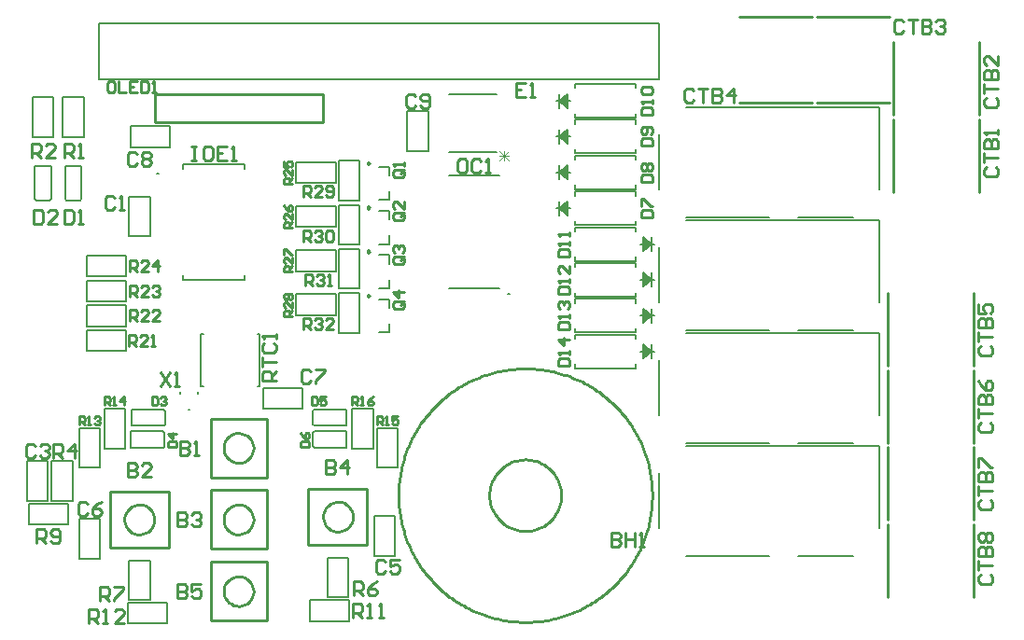
<source format=gto>
G04*
G04 #@! TF.GenerationSoftware,Altium Limited,Altium Designer,21.7.1 (17)*
G04*
G04 Layer_Color=65535*
%FSLAX25Y25*%
%MOIN*%
G70*
G04*
G04 #@! TF.SameCoordinates,805F3405-D18D-4A14-B230-685FC2141578*
G04*
G04*
G04 #@! TF.FilePolarity,Positive*
G04*
G01*
G75*
%ADD10C,0.01000*%
%ADD11C,0.00984*%
%ADD12C,0.00787*%
%ADD13C,0.00600*%
%ADD14C,0.00500*%
%ADD15C,0.00300*%
D10*
X225394Y48031D02*
X225383Y49033D01*
X225349Y50034D01*
X225294Y51034D01*
X225217Y52033D01*
X225117Y53030D01*
X224995Y54024D01*
X224852Y55015D01*
X224686Y56003D01*
X224499Y56987D01*
X224290Y57967D01*
X224060Y58942D01*
X223808Y59911D01*
X223534Y60874D01*
X223239Y61832D01*
X222923Y62782D01*
X222587Y63726D01*
X222229Y64661D01*
X221851Y65589D01*
X221452Y66508D01*
X221033Y67418D01*
X220595Y68318D01*
X220136Y69208D01*
X219657Y70088D01*
X219160Y70958D01*
X218643Y71816D01*
X218108Y72662D01*
X217553Y73497D01*
X216981Y74319D01*
X216390Y75128D01*
X215782Y75924D01*
X215156Y76706D01*
X214513Y77474D01*
X213854Y78227D01*
X213177Y78966D01*
X212485Y79690D01*
X211777Y80398D01*
X211053Y81091D01*
X210314Y81767D01*
X209560Y82427D01*
X208792Y83070D01*
X208010Y83695D01*
X207214Y84304D01*
X206405Y84894D01*
X205583Y85467D01*
X204749Y86021D01*
X203903Y86557D01*
X203045Y87073D01*
X202175Y87571D01*
X201295Y88049D01*
X200405Y88508D01*
X199504Y88947D01*
X198594Y89366D01*
X197675Y89764D01*
X196748Y90142D01*
X195812Y90500D01*
X194869Y90837D01*
X193918Y91153D01*
X192961Y91447D01*
X191998Y91721D01*
X191028Y91973D01*
X190053Y92204D01*
X189074Y92413D01*
X188090Y92600D01*
X187102Y92765D01*
X186110Y92909D01*
X185116Y93030D01*
X184120Y93130D01*
X183121Y93207D01*
X182121Y93263D01*
X181120Y93296D01*
X180118Y93307D01*
X179116Y93296D01*
X178115Y93263D01*
X177115Y93207D01*
X176117Y93130D01*
X175120Y93030D01*
X174126Y92909D01*
X173134Y92765D01*
X172146Y92600D01*
X171162Y92413D01*
X170183Y92203D01*
X169208Y91973D01*
X168239Y91721D01*
X167275Y91447D01*
X166318Y91153D01*
X165367Y90837D01*
X164424Y90500D01*
X163488Y90142D01*
X162561Y89764D01*
X161642Y89366D01*
X160732Y88947D01*
X159832Y88508D01*
X158941Y88049D01*
X158061Y87571D01*
X157192Y87073D01*
X156334Y86557D01*
X155487Y86021D01*
X154653Y85467D01*
X153831Y84894D01*
X153022Y84304D01*
X152226Y83695D01*
X151444Y83070D01*
X150676Y82427D01*
X149922Y81767D01*
X149183Y81091D01*
X148459Y80398D01*
X147751Y79690D01*
X147059Y78966D01*
X146382Y78227D01*
X145723Y77474D01*
X145080Y76705D01*
X144454Y75923D01*
X143846Y75128D01*
X143255Y74318D01*
X142683Y73497D01*
X142129Y72662D01*
X141593Y71816D01*
X141076Y70958D01*
X140579Y70088D01*
X140100Y69208D01*
X139642Y68318D01*
X139203Y67418D01*
X138784Y66508D01*
X138385Y65589D01*
X138007Y64661D01*
X137650Y63726D01*
X137313Y62782D01*
X136997Y61832D01*
X136702Y60874D01*
X136429Y59911D01*
X136177Y58941D01*
X135946Y57967D01*
X135737Y56987D01*
X135550Y56003D01*
X135384Y55015D01*
X135241Y54024D01*
X135119Y53030D01*
X135020Y52033D01*
X134942Y51034D01*
X134887Y50034D01*
X134854Y49033D01*
X134843Y48031D01*
X134854Y47030D01*
X134887Y46029D01*
X134942Y45028D01*
X135020Y44030D01*
X135119Y43033D01*
X135241Y42039D01*
X135384Y41048D01*
X135550Y40060D01*
X135737Y39076D01*
X135946Y38096D01*
X136177Y37121D01*
X136429Y36152D01*
X136702Y35188D01*
X136997Y34231D01*
X137313Y33281D01*
X137650Y32337D01*
X138007Y31402D01*
X138385Y30474D01*
X138784Y29555D01*
X139203Y28645D01*
X139642Y27745D01*
X140101Y26854D01*
X140579Y25974D01*
X141076Y25105D01*
X141593Y24247D01*
X142129Y23400D01*
X142683Y22566D01*
X143255Y21744D01*
X143846Y20935D01*
X144454Y20139D01*
X145080Y19357D01*
X145723Y18589D01*
X146383Y17835D01*
X147059Y17097D01*
X147751Y16373D01*
X148460Y15664D01*
X149183Y14972D01*
X149922Y14296D01*
X150676Y13636D01*
X151444Y12993D01*
X152226Y12367D01*
X153022Y11759D01*
X153831Y11169D01*
X154653Y10596D01*
X155488Y10042D01*
X156334Y9506D01*
X157192Y8990D01*
X158061Y8492D01*
X158941Y8014D01*
X159832Y7555D01*
X160732Y7116D01*
X161642Y6697D01*
X162561Y6299D01*
X163489Y5920D01*
X164424Y5563D01*
X165368Y5226D01*
X166318Y4910D01*
X167276Y4615D01*
X168239Y4342D01*
X169209Y4090D01*
X170183Y3859D01*
X171163Y3650D01*
X172147Y3463D01*
X173135Y3298D01*
X174126Y3154D01*
X175120Y3033D01*
X176117Y2933D01*
X177116Y2856D01*
X178116Y2800D01*
X179117Y2767D01*
X180119Y2756D01*
X181120Y2767D01*
X182121Y2800D01*
X183121Y2856D01*
X184120Y2933D01*
X185117Y3033D01*
X186111Y3154D01*
X187102Y3298D01*
X188090Y3463D01*
X189074Y3650D01*
X190054Y3859D01*
X191028Y4090D01*
X191998Y4342D01*
X192961Y4616D01*
X193919Y4910D01*
X194869Y5226D01*
X195813Y5563D01*
X196748Y5921D01*
X197676Y6299D01*
X198595Y6698D01*
X199505Y7116D01*
X200405Y7555D01*
X201295Y8014D01*
X202175Y8492D01*
X203045Y8990D01*
X203903Y9507D01*
X204749Y10042D01*
X205584Y10596D01*
X206406Y11169D01*
X207215Y11760D01*
X208010Y12368D01*
X208793Y12994D01*
X209561Y13636D01*
X210314Y14296D01*
X211053Y14973D01*
X211777Y15665D01*
X212485Y16373D01*
X213178Y17097D01*
X213854Y17836D01*
X214514Y18590D01*
X215157Y19358D01*
X215782Y20140D01*
X216391Y20936D01*
X216981Y21745D01*
X217554Y22567D01*
X218108Y23401D01*
X218643Y24248D01*
X219160Y25106D01*
X219658Y25975D01*
X220136Y26855D01*
X220595Y27745D01*
X221034Y28646D01*
X221452Y29556D01*
X221851Y30475D01*
X222229Y31402D01*
X222587Y32338D01*
X222924Y33281D01*
X223239Y34232D01*
X223534Y35189D01*
X223808Y36153D01*
X224060Y37122D01*
X224290Y38097D01*
X224499Y39076D01*
X224687Y40060D01*
X224852Y41048D01*
X224995Y42040D01*
X225117Y43034D01*
X225217Y44031D01*
X225294Y45029D01*
X225349Y46029D01*
X225383Y47030D01*
X225394Y48031D01*
X192913D02*
X192874Y49035D01*
X192756Y50033D01*
X192560Y51019D01*
X192287Y51986D01*
X191939Y52928D01*
X191519Y53840D01*
X191028Y54717D01*
X190470Y55552D01*
X189848Y56341D01*
X189166Y57079D01*
X188428Y57761D01*
X187639Y58383D01*
X186804Y58941D01*
X185927Y59432D01*
X185015Y59853D01*
X184072Y60201D01*
X183105Y60473D01*
X182120Y60669D01*
X181122Y60787D01*
X180118Y60827D01*
X179114Y60787D01*
X178117Y60669D01*
X177131Y60473D01*
X176164Y60201D01*
X175222Y59853D01*
X174309Y59432D01*
X173433Y58941D01*
X172597Y58383D01*
X171808Y57761D01*
X171071Y57079D01*
X170388Y56341D01*
X169766Y55552D01*
X169208Y54717D01*
X168717Y53840D01*
X168297Y52928D01*
X167949Y51986D01*
X167676Y51019D01*
X167480Y50033D01*
X167362Y49035D01*
X167323Y48031D01*
X167362Y47028D01*
X167480Y46030D01*
X167676Y45044D01*
X167949Y44078D01*
X168297Y43135D01*
X168717Y42223D01*
X169208Y41346D01*
X169766Y40511D01*
X170388Y39722D01*
X171071Y38984D01*
X171808Y38302D01*
X172597Y37680D01*
X173433Y37122D01*
X174309Y36631D01*
X175222Y36210D01*
X176164Y35862D01*
X177131Y35590D01*
X178117Y35394D01*
X179114Y35276D01*
X180118Y35236D01*
X181122Y35276D01*
X182120Y35394D01*
X183105Y35590D01*
X184072Y35862D01*
X185015Y36210D01*
X185927Y36631D01*
X186804Y37122D01*
X187639Y37680D01*
X188428Y38302D01*
X189166Y38984D01*
X189848Y39722D01*
X190470Y40511D01*
X191028Y41346D01*
X191519Y42223D01*
X191939Y43135D01*
X192287Y44078D01*
X192560Y45044D01*
X192756Y46030D01*
X192874Y47028D01*
X192913Y48031D01*
X83071Y13780D02*
X82975Y14785D01*
X82690Y15755D01*
X82227Y16653D01*
X81603Y17447D01*
X80839Y18109D01*
X79964Y18614D01*
X79009Y18945D01*
X78009Y19089D01*
X76999Y19040D01*
X76017Y18802D01*
X75098Y18383D01*
X74275Y17796D01*
X73578Y17065D01*
X73032Y16215D01*
X72656Y15277D01*
X72465Y14285D01*
Y13274D01*
X72656Y12282D01*
X73032Y11344D01*
X73578Y10494D01*
X74275Y9763D01*
X75098Y9177D01*
X76017Y8757D01*
X76999Y8519D01*
X78009Y8471D01*
X79009Y8614D01*
X79964Y8945D01*
X80839Y9450D01*
X81603Y10112D01*
X82227Y10906D01*
X82690Y11804D01*
X82975Y12774D01*
X83071Y13780D01*
Y39370D02*
X82975Y40376D01*
X82690Y41346D01*
X82227Y42244D01*
X81603Y43038D01*
X80839Y43700D01*
X79964Y44205D01*
X79009Y44535D01*
X78009Y44679D01*
X76999Y44631D01*
X76017Y44393D01*
X75098Y43973D01*
X74275Y43387D01*
X73578Y42656D01*
X73032Y41806D01*
X72656Y40867D01*
X72465Y39875D01*
Y38865D01*
X72656Y37873D01*
X73032Y36935D01*
X73578Y36084D01*
X74275Y35353D01*
X75098Y34767D01*
X76017Y34347D01*
X76999Y34109D01*
X78009Y34061D01*
X79009Y34205D01*
X79964Y34535D01*
X80839Y35041D01*
X81603Y35702D01*
X82227Y36496D01*
X82690Y37395D01*
X82975Y38364D01*
X83071Y39370D01*
X47638Y39370D02*
X47542Y40376D01*
X47257Y41346D01*
X46794Y42244D01*
X46169Y43038D01*
X45406Y43700D01*
X44531Y44205D01*
X43576Y44535D01*
X42576Y44679D01*
X41566Y44631D01*
X40584Y44393D01*
X39665Y43973D01*
X38842Y43387D01*
X38145Y42656D01*
X37599Y41806D01*
X37223Y40867D01*
X37032Y39875D01*
Y38865D01*
X37223Y37873D01*
X37599Y36935D01*
X38145Y36084D01*
X38842Y35353D01*
X39665Y34767D01*
X40584Y34347D01*
X41566Y34109D01*
X42576Y34061D01*
X43576Y34205D01*
X44531Y34535D01*
X45406Y35041D01*
X46169Y35702D01*
X46794Y36496D01*
X47257Y37395D01*
X47542Y38364D01*
X47638Y39370D01*
X83071Y64961D02*
X82975Y65966D01*
X82690Y66936D01*
X82227Y67834D01*
X81603Y68629D01*
X80839Y69290D01*
X79964Y69795D01*
X79009Y70126D01*
X78009Y70270D01*
X76999Y70222D01*
X76017Y69983D01*
X75098Y69564D01*
X74275Y68977D01*
X73578Y68246D01*
X73032Y67396D01*
X72656Y66458D01*
X72465Y65466D01*
Y64455D01*
X72656Y63463D01*
X73032Y62525D01*
X73578Y61675D01*
X74275Y60944D01*
X75098Y60358D01*
X76017Y59938D01*
X76999Y59700D01*
X78009Y59652D01*
X79009Y59795D01*
X79964Y60126D01*
X80839Y60631D01*
X81603Y61293D01*
X82227Y62087D01*
X82690Y62985D01*
X82975Y63955D01*
X83071Y64961D01*
X118504Y40354D02*
X118408Y41360D01*
X118123Y42330D01*
X117660Y43228D01*
X117036Y44022D01*
X116272Y44684D01*
X115397Y45189D01*
X114442Y45520D01*
X113442Y45663D01*
X112433Y45615D01*
X111451Y45377D01*
X110531Y44957D01*
X109708Y44371D01*
X109011Y43640D01*
X108465Y42790D01*
X108089Y41852D01*
X107898Y40860D01*
Y39849D01*
X108089Y38857D01*
X108465Y37919D01*
X109011Y37069D01*
X109708Y36338D01*
X110531Y35751D01*
X111451Y35332D01*
X112433Y35093D01*
X113442Y35045D01*
X114442Y35189D01*
X115397Y35520D01*
X116272Y36025D01*
X117036Y36687D01*
X117660Y37481D01*
X118123Y38379D01*
X118408Y39348D01*
X118504Y40354D01*
X107874Y181220D02*
Y191220D01*
X47756Y181220D02*
X107874D01*
X47756Y191220D02*
X107874D01*
X47756Y181220D02*
Y191220D01*
X311417Y156299D02*
Y182283D01*
X342126Y156299D02*
Y182283D01*
X311417Y183858D02*
Y209842D01*
X342126Y183858D02*
Y209842D01*
X284252Y188386D02*
X310236D01*
X284252Y219094D02*
X310236D01*
X256693Y188386D02*
X282677D01*
X256693Y219094D02*
X282677D01*
X309449Y94291D02*
Y120276D01*
X340158Y94291D02*
Y120276D01*
X309449Y66732D02*
Y92716D01*
X340158Y66732D02*
Y92716D01*
X309449Y39173D02*
Y65158D01*
X340158Y39173D02*
Y65158D01*
X309449Y11614D02*
Y37598D01*
X340158Y11614D02*
Y37598D01*
X67756Y3280D02*
X87756D01*
Y24280D01*
X67756D02*
X87756D01*
X67756Y3280D02*
Y24280D01*
Y49870D02*
X87756D01*
X67756Y28870D02*
Y49870D01*
Y28870D02*
X87756D01*
Y49870D01*
X31823Y29370D02*
Y49370D01*
Y29370D02*
X52823D01*
Y49370D01*
X31823D02*
X52823D01*
X67756Y54461D02*
X87756D01*
Y75461D01*
X67756D02*
X87756D01*
X67756Y54461D02*
Y75461D01*
X123689Y30354D02*
Y50354D01*
X102689D02*
X123689D01*
X102689Y30354D02*
Y50354D01*
Y30354D02*
X123689D01*
X221426Y183978D02*
X225425D01*
Y185977D01*
X224758Y186644D01*
X222092D01*
X221426Y185977D01*
Y183978D01*
X225425Y187977D02*
Y189310D01*
Y188643D01*
X221426D01*
X222092Y187977D01*
Y191309D02*
X221426Y191975D01*
Y193308D01*
X222092Y193975D01*
X224758D01*
X225425Y193308D01*
Y191975D01*
X224758Y191309D01*
X222092D01*
X221426Y172849D02*
X225425D01*
Y174848D01*
X224758Y175515D01*
X222092D01*
X221426Y174848D01*
Y172849D01*
X224758Y176848D02*
X225425Y177514D01*
Y178847D01*
X224758Y179513D01*
X222092D01*
X221426Y178847D01*
Y177514D01*
X222092Y176848D01*
X222759D01*
X223425Y177514D01*
Y179513D01*
X221426Y160054D02*
X225425D01*
Y162053D01*
X224758Y162719D01*
X222092D01*
X221426Y162053D01*
Y160054D01*
X222092Y164052D02*
X221426Y164719D01*
Y166052D01*
X222092Y166718D01*
X222759D01*
X223425Y166052D01*
X224092Y166718D01*
X224758D01*
X225425Y166052D01*
Y164719D01*
X224758Y164052D01*
X224092D01*
X223425Y164719D01*
X222759Y164052D01*
X222092D01*
X223425Y164719D02*
Y166052D01*
X221426Y147258D02*
X225425D01*
Y149258D01*
X224758Y149924D01*
X222092D01*
X221426Y149258D01*
Y147258D01*
Y151257D02*
Y153923D01*
X222092D01*
X224758Y151257D01*
X225425D01*
X158479Y168228D02*
X156813D01*
X155980Y167394D01*
Y164062D01*
X156813Y163229D01*
X158479D01*
X159312Y164062D01*
Y167394D01*
X158479Y168228D01*
X164310Y167394D02*
X163477Y168228D01*
X161811D01*
X160978Y167394D01*
Y164062D01*
X161811Y163229D01*
X163477D01*
X164310Y164062D01*
X165976Y163229D02*
X167642D01*
X166809D01*
Y168228D01*
X165976Y167394D01*
X136175Y117444D02*
X133510D01*
X132843Y116777D01*
Y115444D01*
X133510Y114778D01*
X136175D01*
X136842Y115444D01*
Y116777D01*
X135509Y116111D02*
X136842Y117444D01*
Y116777D02*
X136175Y117444D01*
X136842Y120776D02*
X132843D01*
X134843Y118777D01*
Y121442D01*
X136175Y133192D02*
X133510D01*
X132843Y132525D01*
Y131193D01*
X133510Y130526D01*
X136175D01*
X136842Y131193D01*
Y132525D01*
X135509Y131859D02*
X136842Y133192D01*
Y132525D02*
X136175Y133192D01*
X133510Y134525D02*
X132843Y135191D01*
Y136524D01*
X133510Y137190D01*
X134176D01*
X134843Y136524D01*
Y135858D01*
Y136524D01*
X135509Y137190D01*
X136175D01*
X136842Y136524D01*
Y135191D01*
X136175Y134525D01*
Y148940D02*
X133510D01*
X132843Y148273D01*
Y146941D01*
X133510Y146274D01*
X136175D01*
X136842Y146941D01*
Y148273D01*
X135509Y147607D02*
X136842Y148940D01*
Y148273D02*
X136175Y148940D01*
X136842Y152939D02*
Y150273D01*
X134176Y152939D01*
X133510D01*
X132843Y152272D01*
Y150939D01*
X133510Y150273D01*
X136175Y164370D02*
X133510D01*
X132843Y163704D01*
Y162371D01*
X133510Y161704D01*
X136175D01*
X136842Y162371D01*
Y163704D01*
X135509Y163037D02*
X136842Y164370D01*
Y163704D02*
X136175Y164370D01*
X136842Y165703D02*
Y167036D01*
Y166369D01*
X132843D01*
X133510Y165703D01*
X49817Y92066D02*
X53150Y87068D01*
Y92066D02*
X49817Y87068D01*
X54816D02*
X56482D01*
X55649D01*
Y92066D01*
X54816Y91233D01*
X91082Y89110D02*
X86084D01*
Y91610D01*
X86917Y92443D01*
X88583D01*
X89416Y91610D01*
Y89110D01*
Y90776D02*
X91082Y92443D01*
X86084Y94109D02*
Y97441D01*
Y95775D01*
X91082D01*
X86917Y102439D02*
X86084Y101606D01*
Y99940D01*
X86917Y99107D01*
X90249D01*
X91082Y99940D01*
Y101606D01*
X90249Y102439D01*
X91082Y104105D02*
Y105772D01*
Y104938D01*
X86084D01*
X86917Y104105D01*
X100968Y107253D02*
Y111251D01*
X102967D01*
X103633Y110585D01*
Y109252D01*
X102967Y108586D01*
X100968D01*
X102301D02*
X103633Y107253D01*
X104966Y110585D02*
X105633Y111251D01*
X106966D01*
X107632Y110585D01*
Y109918D01*
X106966Y109252D01*
X106299D01*
X106966D01*
X107632Y108586D01*
Y107919D01*
X106966Y107253D01*
X105633D01*
X104966Y107919D01*
X111631Y107253D02*
X108965D01*
X111631Y109918D01*
Y110585D01*
X110964Y111251D01*
X109632D01*
X108965Y110585D01*
X101634Y123001D02*
Y126999D01*
X103633D01*
X104300Y126333D01*
Y125000D01*
X103633Y124334D01*
X101634D01*
X102967D02*
X104300Y123001D01*
X105633Y126333D02*
X106299Y126999D01*
X107632D01*
X108299Y126333D01*
Y125666D01*
X107632Y125000D01*
X106966D01*
X107632D01*
X108299Y124334D01*
Y123667D01*
X107632Y123001D01*
X106299D01*
X105633Y123667D01*
X109632Y123001D02*
X110964D01*
X110298D01*
Y126999D01*
X109632Y126333D01*
X100968Y138749D02*
Y142747D01*
X102967D01*
X103633Y142081D01*
Y140748D01*
X102967Y140082D01*
X100968D01*
X102301D02*
X103633Y138749D01*
X104966Y142081D02*
X105633Y142747D01*
X106966D01*
X107632Y142081D01*
Y141414D01*
X106966Y140748D01*
X106299D01*
X106966D01*
X107632Y140082D01*
Y139415D01*
X106966Y138749D01*
X105633D01*
X104966Y139415D01*
X108965Y142081D02*
X109632Y142747D01*
X110964D01*
X111631Y142081D01*
Y139415D01*
X110964Y138749D01*
X109632D01*
X108965Y139415D01*
Y142081D01*
X100968Y154497D02*
Y158495D01*
X102967D01*
X103633Y157829D01*
Y156496D01*
X102967Y155830D01*
X100968D01*
X102301D02*
X103633Y154497D01*
X107632D02*
X104966D01*
X107632Y157162D01*
Y157829D01*
X106966Y158495D01*
X105633D01*
X104966Y157829D01*
X108965Y155163D02*
X109632Y154497D01*
X110964D01*
X111631Y155163D01*
Y157829D01*
X110964Y158495D01*
X109632D01*
X108965Y157829D01*
Y157162D01*
X109632Y156496D01*
X111631D01*
X96972Y112143D02*
X93973D01*
Y113643D01*
X94473Y114142D01*
X95472D01*
X95972Y113643D01*
Y112143D01*
Y113143D02*
X96972Y114142D01*
Y117141D02*
Y115142D01*
X94973Y117141D01*
X94473D01*
X93973Y116642D01*
Y115642D01*
X94473Y115142D01*
Y118141D02*
X93973Y118641D01*
Y119641D01*
X94473Y120140D01*
X94973D01*
X95472Y119641D01*
X95972Y120140D01*
X96472D01*
X96972Y119641D01*
Y118641D01*
X96472Y118141D01*
X95972D01*
X95472Y118641D01*
X94973Y118141D01*
X94473D01*
X95472Y118641D02*
Y119641D01*
X96972Y127891D02*
X93973D01*
Y129391D01*
X94473Y129890D01*
X95472D01*
X95972Y129391D01*
Y127891D01*
Y128891D02*
X96972Y129890D01*
Y132889D02*
Y130890D01*
X94973Y132889D01*
X94473D01*
X93973Y132390D01*
Y131390D01*
X94473Y130890D01*
X93973Y133889D02*
Y135889D01*
X94473D01*
X96472Y133889D01*
X96972D01*
Y143639D02*
X93973D01*
Y145139D01*
X94473Y145638D01*
X95472D01*
X95972Y145139D01*
Y143639D01*
Y144639D02*
X96972Y145638D01*
Y148637D02*
Y146638D01*
X94973Y148637D01*
X94473D01*
X93973Y148138D01*
Y147138D01*
X94473Y146638D01*
X93973Y151637D02*
X94473Y150637D01*
X95472Y149637D01*
X96472D01*
X96972Y150137D01*
Y151137D01*
X96472Y151637D01*
X95972D01*
X95472Y151137D01*
Y149637D01*
X96972Y159387D02*
X93973D01*
Y160887D01*
X94473Y161387D01*
X95472D01*
X95972Y160887D01*
Y159387D01*
Y160387D02*
X96972Y161387D01*
Y164385D02*
Y162386D01*
X94973Y164385D01*
X94473D01*
X93973Y163886D01*
Y162886D01*
X94473Y162386D01*
X93973Y167385D02*
Y165385D01*
X95472D01*
X94973Y166385D01*
Y166885D01*
X95472Y167385D01*
X96472D01*
X96972Y166885D01*
Y165885D01*
X96472Y165385D01*
X38960Y127922D02*
Y131921D01*
X40959D01*
X41625Y131254D01*
Y129921D01*
X40959Y129255D01*
X38960D01*
X40293D02*
X41625Y127922D01*
X45624D02*
X42958D01*
X45624Y130588D01*
Y131254D01*
X44958Y131921D01*
X43625D01*
X42958Y131254D01*
X48957Y127922D02*
Y131921D01*
X46957Y129921D01*
X49623D01*
X38960Y119064D02*
Y123062D01*
X40959D01*
X41625Y122396D01*
Y121063D01*
X40959Y120396D01*
X38960D01*
X40293D02*
X41625Y119064D01*
X45624D02*
X42958D01*
X45624Y121729D01*
Y122396D01*
X44958Y123062D01*
X43625D01*
X42958Y122396D01*
X46957D02*
X47624Y123062D01*
X48957D01*
X49623Y122396D01*
Y121729D01*
X48957Y121063D01*
X48290D01*
X48957D01*
X49623Y120396D01*
Y119730D01*
X48957Y119064D01*
X47624D01*
X46957Y119730D01*
X38960Y110205D02*
Y114204D01*
X40959D01*
X41625Y113538D01*
Y112205D01*
X40959Y111538D01*
X38960D01*
X40293D02*
X41625Y110205D01*
X45624D02*
X42958D01*
X45624Y112871D01*
Y113538D01*
X44958Y114204D01*
X43625D01*
X42958Y113538D01*
X49623Y110205D02*
X46957D01*
X49623Y112871D01*
Y113538D01*
X48957Y114204D01*
X47624D01*
X46957Y113538D01*
X38642Y101347D02*
Y105346D01*
X40641D01*
X41308Y104679D01*
Y103347D01*
X40641Y102680D01*
X38642D01*
X39975D02*
X41308Y101347D01*
X45306D02*
X42641D01*
X45306Y104013D01*
Y104679D01*
X44640Y105346D01*
X43307D01*
X42641Y104679D01*
X46639Y101347D02*
X47972D01*
X47306D01*
Y105346D01*
X46639Y104679D01*
X118298Y80193D02*
Y83192D01*
X119798D01*
X120298Y82693D01*
Y81693D01*
X119798Y81193D01*
X118298D01*
X119298D02*
X120298Y80193D01*
X121298D02*
X122297D01*
X121797D01*
Y83192D01*
X121298Y82693D01*
X125796Y83192D02*
X124796Y82693D01*
X123797Y81693D01*
Y80693D01*
X124296Y80193D01*
X125296D01*
X125796Y80693D01*
Y81193D01*
X125296Y81693D01*
X123797D01*
X127157Y73304D02*
Y76303D01*
X128656D01*
X129156Y75803D01*
Y74803D01*
X128656Y74303D01*
X127157D01*
X128156D02*
X129156Y73304D01*
X130156D02*
X131155D01*
X130656D01*
Y76303D01*
X130156Y75803D01*
X134654Y76303D02*
X132655D01*
Y74803D01*
X133655Y75303D01*
X134154D01*
X134654Y74803D01*
Y73804D01*
X134154Y73304D01*
X133155D01*
X132655Y73804D01*
X29716Y80193D02*
Y83192D01*
X31215D01*
X31715Y82693D01*
Y81693D01*
X31215Y81193D01*
X29716D01*
X30716D02*
X31715Y80193D01*
X32715D02*
X33715D01*
X33215D01*
Y83192D01*
X32715Y82693D01*
X36713Y80193D02*
Y83192D01*
X35214Y81693D01*
X37213D01*
X20857Y73304D02*
Y76303D01*
X22357D01*
X22857Y75803D01*
Y74803D01*
X22357Y74303D01*
X20857D01*
X21857D02*
X22857Y73304D01*
X23856D02*
X24856D01*
X24356D01*
Y76303D01*
X23856Y75803D01*
X26356D02*
X26856Y76303D01*
X27855D01*
X28355Y75803D01*
Y75303D01*
X27855Y74803D01*
X27355D01*
X27855D01*
X28355Y74303D01*
Y73804D01*
X27855Y73304D01*
X26856D01*
X26356Y73804D01*
X24264Y2422D02*
Y7420D01*
X26763D01*
X27596Y6587D01*
Y4921D01*
X26763Y4088D01*
X24264D01*
X25930D02*
X27596Y2422D01*
X29262D02*
X30928D01*
X30095D01*
Y7420D01*
X29262Y6587D01*
X36760Y2422D02*
X33428D01*
X36760Y5754D01*
Y6587D01*
X35927Y7420D01*
X34261D01*
X33428Y6587D01*
X118601Y4391D02*
Y9389D01*
X121100D01*
X121933Y8556D01*
Y6890D01*
X121100Y6057D01*
X118601D01*
X120267D02*
X121933Y4391D01*
X123599D02*
X125265D01*
X124432D01*
Y9389D01*
X123599Y8556D01*
X127764Y4391D02*
X129431D01*
X128598D01*
Y9389D01*
X127764Y8556D01*
X5677Y30965D02*
Y35964D01*
X8176D01*
X9009Y35131D01*
Y33465D01*
X8176Y32631D01*
X5677D01*
X7343D02*
X9009Y30965D01*
X10676Y31798D02*
X11509Y30965D01*
X13175D01*
X14008Y31798D01*
Y35131D01*
X13175Y35964D01*
X11509D01*
X10676Y35131D01*
Y34298D01*
X11509Y33465D01*
X14008D01*
X28315Y10296D02*
Y15294D01*
X30814D01*
X31647Y14461D01*
Y12795D01*
X30814Y11962D01*
X28315D01*
X29981D02*
X31647Y10296D01*
X33313Y15294D02*
X36646D01*
Y14461D01*
X33313Y11129D01*
Y10296D01*
X118866Y12265D02*
Y17263D01*
X121365D01*
X122198Y16430D01*
Y14764D01*
X121365Y13931D01*
X118866D01*
X120532D02*
X122198Y12265D01*
X127197Y17263D02*
X125531Y16430D01*
X123865Y14764D01*
Y13098D01*
X124698Y12265D01*
X126364D01*
X127197Y13098D01*
Y13931D01*
X126364Y14764D01*
X123865D01*
X11583Y61477D02*
Y66476D01*
X14082D01*
X14915Y65642D01*
Y63976D01*
X14082Y63143D01*
X11583D01*
X13249D02*
X14915Y61477D01*
X19080D02*
Y66476D01*
X16581Y63976D01*
X19913D01*
X3709Y168761D02*
Y173759D01*
X6208D01*
X7041Y172926D01*
Y171260D01*
X6208Y170427D01*
X3709D01*
X5375D02*
X7041Y168761D01*
X12039D02*
X8707D01*
X12039Y172093D01*
Y172926D01*
X11206Y173759D01*
X9540D01*
X8707Y172926D01*
X15369Y168761D02*
Y173759D01*
X17868D01*
X18701Y172926D01*
Y171260D01*
X17868Y170427D01*
X15369D01*
X17035D02*
X18701Y168761D01*
X20367D02*
X22033D01*
X21200D01*
Y173759D01*
X20367Y172926D01*
X32706Y195897D02*
X31373D01*
X30706Y195230D01*
Y192565D01*
X31373Y191898D01*
X32706D01*
X33372Y192565D01*
Y195230D01*
X32706Y195897D01*
X34705D02*
Y191898D01*
X37371D01*
X41369Y195897D02*
X38704D01*
Y191898D01*
X41369D01*
X38704Y193898D02*
X40036D01*
X42702Y195897D02*
Y191898D01*
X44702D01*
X45368Y192565D01*
Y195230D01*
X44702Y195897D01*
X42702D01*
X46701Y191898D02*
X48034D01*
X47368D01*
Y195897D01*
X46701Y195230D01*
X60984Y172775D02*
X62650D01*
X61817D01*
Y167776D01*
X60984D01*
X62650D01*
X67648Y172775D02*
X65982D01*
X65149Y171942D01*
Y168609D01*
X65982Y167776D01*
X67648D01*
X68481Y168609D01*
Y171942D01*
X67648Y172775D01*
X73479D02*
X70147D01*
Y167776D01*
X73479D01*
X70147Y170276D02*
X71813D01*
X75146Y167776D02*
X76812D01*
X75979D01*
Y172775D01*
X75146Y171942D01*
X180118Y195413D02*
X176786D01*
Y190414D01*
X180118D01*
X176786Y192913D02*
X178452D01*
X181784Y190414D02*
X183450D01*
X182617D01*
Y195413D01*
X181784Y194580D01*
X191898Y94411D02*
X195897D01*
Y96410D01*
X195230Y97077D01*
X192565D01*
X191898Y96410D01*
Y94411D01*
X195897Y98410D02*
Y99743D01*
Y99076D01*
X191898D01*
X192565Y98410D01*
X195897Y103741D02*
X191898D01*
X193898Y101742D01*
Y104408D01*
X191898Y107206D02*
X195897D01*
Y109206D01*
X195230Y109872D01*
X192565D01*
X191898Y109206D01*
Y107206D01*
X195897Y111205D02*
Y112538D01*
Y111872D01*
X191898D01*
X192565Y111205D01*
Y114537D02*
X191898Y115204D01*
Y116537D01*
X192565Y117203D01*
X193231D01*
X193898Y116537D01*
Y115870D01*
Y116537D01*
X194564Y117203D01*
X195230D01*
X195897Y116537D01*
Y115204D01*
X195230Y114537D01*
X191898Y120002D02*
X195897D01*
Y122001D01*
X195230Y122667D01*
X192565D01*
X191898Y122001D01*
Y120002D01*
X195897Y124000D02*
Y125333D01*
Y124667D01*
X191898D01*
X192565Y124000D01*
X195897Y129998D02*
Y127333D01*
X193231Y129998D01*
X192565D01*
X191898Y129332D01*
Y127999D01*
X192565Y127333D01*
X191898Y133463D02*
X195897D01*
Y135463D01*
X195230Y136129D01*
X192565D01*
X191898Y135463D01*
Y133463D01*
X195897Y137462D02*
Y138795D01*
Y138128D01*
X191898D01*
X192565Y137462D01*
X195897Y140794D02*
Y142127D01*
Y141461D01*
X191898D01*
X192565Y140794D01*
X99878Y65414D02*
X102877D01*
Y66914D01*
X102378Y67414D01*
X100378D01*
X99878Y66914D01*
Y65414D01*
Y70413D02*
X100378Y69413D01*
X101378Y68413D01*
X102378D01*
X102877Y68913D01*
Y69913D01*
X102378Y70413D01*
X101878D01*
X101378Y69913D01*
Y68413D01*
X103800Y83192D02*
Y80193D01*
X105299D01*
X105799Y80693D01*
Y82693D01*
X105299Y83192D01*
X103800D01*
X108798D02*
X106799D01*
Y81693D01*
X107799Y82193D01*
X108299D01*
X108798Y81693D01*
Y80693D01*
X108299Y80193D01*
X107299D01*
X106799Y80693D01*
X52634Y65414D02*
X55633D01*
Y66914D01*
X55133Y67414D01*
X53134D01*
X52634Y66914D01*
Y65414D01*
X55633Y69913D02*
X52634D01*
X54134Y68413D01*
Y70413D01*
X46713Y83192D02*
Y80193D01*
X48213D01*
X48713Y80693D01*
Y82693D01*
X48213Y83192D01*
X46713D01*
X49712Y82693D02*
X50212Y83192D01*
X51212D01*
X51712Y82693D01*
Y82193D01*
X51212Y81693D01*
X50712D01*
X51212D01*
X51712Y81193D01*
Y80693D01*
X51212Y80193D01*
X50212D01*
X49712Y80693D01*
X4693Y150137D02*
Y145139D01*
X7192D01*
X8025Y145972D01*
Y149304D01*
X7192Y150137D01*
X4693D01*
X13024Y145139D02*
X9691D01*
X13024Y148471D01*
Y149304D01*
X12190Y150137D01*
X10524D01*
X9691Y149304D01*
X15369Y150137D02*
Y145139D01*
X17868D01*
X18701Y145972D01*
Y149304D01*
X17868Y150137D01*
X15369D01*
X20367Y145139D02*
X22033D01*
X21200D01*
Y150137D01*
X20367Y149304D01*
X342822Y19759D02*
X341989Y18926D01*
Y17260D01*
X342822Y16427D01*
X346154D01*
X346987Y17260D01*
Y18926D01*
X346154Y19759D01*
X341989Y21425D02*
Y24757D01*
Y23091D01*
X346987D01*
X341989Y26424D02*
X346987D01*
Y28923D01*
X346154Y29756D01*
X345321D01*
X344488Y28923D01*
Y26424D01*
Y28923D01*
X343655Y29756D01*
X342822D01*
X341989Y28923D01*
Y26424D01*
X342822Y31422D02*
X341989Y32255D01*
Y33921D01*
X342822Y34754D01*
X343655D01*
X344488Y33921D01*
X345321Y34754D01*
X346154D01*
X346987Y33921D01*
Y32255D01*
X346154Y31422D01*
X345321D01*
X344488Y32255D01*
X343655Y31422D01*
X342822D01*
X344488Y32255D02*
Y33921D01*
X342822Y46334D02*
X341989Y45501D01*
Y43835D01*
X342822Y43002D01*
X346154D01*
X346987Y43835D01*
Y45501D01*
X346154Y46334D01*
X341989Y48000D02*
Y51332D01*
Y49666D01*
X346987D01*
X341989Y52998D02*
X346987D01*
Y55498D01*
X346154Y56331D01*
X345321D01*
X344488Y55498D01*
Y52998D01*
Y55498D01*
X343655Y56331D01*
X342822D01*
X341989Y55498D01*
Y52998D01*
Y57997D02*
Y61329D01*
X342822D01*
X346154Y57997D01*
X346987D01*
X342822Y73893D02*
X341989Y73060D01*
Y71394D01*
X342822Y70561D01*
X346154D01*
X346987Y71394D01*
Y73060D01*
X346154Y73893D01*
X341989Y75559D02*
Y78891D01*
Y77225D01*
X346987D01*
X341989Y80558D02*
X346987D01*
Y83057D01*
X346154Y83890D01*
X345321D01*
X344488Y83057D01*
Y80558D01*
Y83057D01*
X343655Y83890D01*
X342822D01*
X341989Y83057D01*
Y80558D01*
Y88888D02*
X342822Y87222D01*
X344488Y85556D01*
X346154D01*
X346987Y86389D01*
Y88055D01*
X346154Y88888D01*
X345321D01*
X344488Y88055D01*
Y85556D01*
X342822Y101452D02*
X341989Y100619D01*
Y98953D01*
X342822Y98120D01*
X346154D01*
X346987Y98953D01*
Y100619D01*
X346154Y101452D01*
X341989Y103118D02*
Y106450D01*
Y104784D01*
X346987D01*
X341989Y108116D02*
X346987D01*
Y110616D01*
X346154Y111449D01*
X345321D01*
X344488Y110616D01*
Y108116D01*
Y110616D01*
X343655Y111449D01*
X342822D01*
X341989Y110616D01*
Y108116D01*
Y116447D02*
Y113115D01*
X344488D01*
X343655Y114781D01*
Y115614D01*
X344488Y116447D01*
X346154D01*
X346987Y115614D01*
Y113948D01*
X346154Y113115D01*
X240232Y192611D02*
X239399Y193444D01*
X237732D01*
X236899Y192611D01*
Y189279D01*
X237732Y188446D01*
X239399D01*
X240232Y189279D01*
X241898Y193444D02*
X245230D01*
X243564D01*
Y188446D01*
X246896Y193444D02*
Y188446D01*
X249395D01*
X250228Y189279D01*
Y190112D01*
X249395Y190945D01*
X246896D01*
X249395D01*
X250228Y191778D01*
Y192611D01*
X249395Y193444D01*
X246896D01*
X254394Y188446D02*
Y193444D01*
X251894Y190945D01*
X255227D01*
X315035Y217217D02*
X314202Y218050D01*
X312536D01*
X311702Y217217D01*
Y213885D01*
X312536Y213052D01*
X314202D01*
X315035Y213885D01*
X316701Y218050D02*
X320033D01*
X318367D01*
Y213052D01*
X321699Y218050D02*
Y213052D01*
X324198D01*
X325031Y213885D01*
Y214718D01*
X324198Y215551D01*
X321699D01*
X324198D01*
X325031Y216384D01*
Y217217D01*
X324198Y218050D01*
X321699D01*
X326698Y217217D02*
X327531Y218050D01*
X329197D01*
X330030Y217217D01*
Y216384D01*
X329197Y215551D01*
X328364D01*
X329197D01*
X330030Y214718D01*
Y213885D01*
X329197Y213052D01*
X327531D01*
X326698Y213885D01*
X344791Y190035D02*
X343957Y189202D01*
Y187536D01*
X344791Y186702D01*
X348123D01*
X348956Y187536D01*
Y189202D01*
X348123Y190035D01*
X343957Y191701D02*
Y195033D01*
Y193367D01*
X348956D01*
X343957Y196699D02*
X348956D01*
Y199198D01*
X348123Y200031D01*
X347290D01*
X346457Y199198D01*
Y196699D01*
Y199198D01*
X345624Y200031D01*
X344791D01*
X343957Y199198D01*
Y196699D01*
X348956Y205030D02*
Y201698D01*
X345624Y205030D01*
X344791D01*
X343957Y204197D01*
Y202531D01*
X344791Y201698D01*
Y165277D02*
X343957Y164444D01*
Y162778D01*
X344791Y161945D01*
X348123D01*
X348956Y162778D01*
Y164444D01*
X348123Y165277D01*
X343957Y166943D02*
Y170276D01*
Y168609D01*
X348956D01*
X343957Y171942D02*
X348956D01*
Y174441D01*
X348123Y175274D01*
X347290D01*
X346457Y174441D01*
Y171942D01*
Y174441D01*
X345624Y175274D01*
X344791D01*
X343957Y174441D01*
Y171942D01*
X348956Y176940D02*
Y178606D01*
Y177773D01*
X343957D01*
X344791Y176940D01*
X140899Y190642D02*
X140066Y191476D01*
X138400D01*
X137567Y190642D01*
Y187310D01*
X138400Y186477D01*
X140066D01*
X140899Y187310D01*
X142565D02*
X143398Y186477D01*
X145064D01*
X145898Y187310D01*
Y190642D01*
X145064Y191476D01*
X143398D01*
X142565Y190642D01*
Y189809D01*
X143398Y188976D01*
X145898D01*
X41490Y169973D02*
X40657Y170806D01*
X38991D01*
X38157Y169973D01*
Y166641D01*
X38991Y165808D01*
X40657D01*
X41490Y166641D01*
X43156Y169973D02*
X43989Y170806D01*
X45655D01*
X46488Y169973D01*
Y169140D01*
X45655Y168307D01*
X46488Y167474D01*
Y166641D01*
X45655Y165808D01*
X43989D01*
X43156Y166641D01*
Y167474D01*
X43989Y168307D01*
X43156Y169140D01*
Y169973D01*
X43989Y168307D02*
X45655D01*
X103498Y92217D02*
X102665Y93050D01*
X100998D01*
X100165Y92217D01*
Y88885D01*
X100998Y88052D01*
X102665D01*
X103498Y88885D01*
X105164Y93050D02*
X108496D01*
Y92217D01*
X105164Y88885D01*
Y88052D01*
X23773Y44973D02*
X22940Y45806D01*
X21274D01*
X20441Y44973D01*
Y41641D01*
X21274Y40808D01*
X22940D01*
X23773Y41641D01*
X28772Y45806D02*
X27106Y44973D01*
X25439Y43307D01*
Y41641D01*
X26272Y40808D01*
X27939D01*
X28772Y41641D01*
Y42474D01*
X27939Y43307D01*
X25439D01*
X130072Y24304D02*
X129239Y25137D01*
X127573D01*
X126740Y24304D01*
Y20972D01*
X127573Y20139D01*
X129239D01*
X130072Y20972D01*
X135071Y25137D02*
X131739D01*
Y22638D01*
X133405Y23471D01*
X134238D01*
X135071Y22638D01*
Y20972D01*
X134238Y20139D01*
X132572D01*
X131739Y20972D01*
X5072Y65642D02*
X4239Y66476D01*
X2573D01*
X1740Y65642D01*
Y62310D01*
X2573Y61477D01*
X4239D01*
X5072Y62310D01*
X6739Y65642D02*
X7572Y66476D01*
X9238D01*
X10071Y65642D01*
Y64810D01*
X9238Y63976D01*
X8405D01*
X9238D01*
X10071Y63143D01*
Y62310D01*
X9238Y61477D01*
X7572D01*
X6739Y62310D01*
X33465Y154225D02*
X32631Y155058D01*
X30965D01*
X30132Y154225D01*
Y150893D01*
X30965Y150060D01*
X32631D01*
X33465Y150893D01*
X35131Y150060D02*
X36797D01*
X35964D01*
Y155058D01*
X35131Y154225D01*
X210704Y34783D02*
Y29784D01*
X213203D01*
X214036Y30617D01*
Y31450D01*
X213203Y32283D01*
X210704D01*
X213203D01*
X214036Y33116D01*
Y33950D01*
X213203Y34783D01*
X210704D01*
X215702D02*
Y29784D01*
Y32283D01*
X219035D01*
Y34783D01*
Y29784D01*
X220701D02*
X222367D01*
X221534D01*
Y34783D01*
X220701Y33950D01*
X55874Y16279D02*
Y11280D01*
X58373D01*
X59206Y12113D01*
Y12946D01*
X58373Y13780D01*
X55874D01*
X58373D01*
X59206Y14613D01*
Y15446D01*
X58373Y16279D01*
X55874D01*
X64205D02*
X60872D01*
Y13780D01*
X62539Y14613D01*
X63372D01*
X64205Y13780D01*
Y12113D01*
X63372Y11280D01*
X61705D01*
X60872Y12113D01*
X109024Y60570D02*
Y55572D01*
X111523D01*
X112356Y56405D01*
Y57238D01*
X111523Y58071D01*
X109024D01*
X111523D01*
X112356Y58904D01*
Y59737D01*
X111523Y60570D01*
X109024D01*
X116521Y55572D02*
Y60570D01*
X114022Y58071D01*
X117354D01*
X55874Y41869D02*
Y36871D01*
X58373D01*
X59206Y37704D01*
Y38537D01*
X58373Y39370D01*
X55874D01*
X58373D01*
X59206Y40203D01*
Y41036D01*
X58373Y41869D01*
X55874D01*
X60872Y41036D02*
X61705Y41869D01*
X63372D01*
X64205Y41036D01*
Y40203D01*
X63372Y39370D01*
X62539D01*
X63372D01*
X64205Y38537D01*
Y37704D01*
X63372Y36871D01*
X61705D01*
X60872Y37704D01*
X38157Y59586D02*
Y54587D01*
X40657D01*
X41490Y55421D01*
Y56253D01*
X40657Y57087D01*
X38157D01*
X40657D01*
X41490Y57920D01*
Y58753D01*
X40657Y59586D01*
X38157D01*
X46488Y54587D02*
X43156D01*
X46488Y57920D01*
Y58753D01*
X45655Y59586D01*
X43989D01*
X43156Y58753D01*
X56707Y67460D02*
Y62461D01*
X59206D01*
X60039Y63295D01*
Y64128D01*
X59206Y64961D01*
X56707D01*
X59206D01*
X60039Y65794D01*
Y66627D01*
X59206Y67460D01*
X56707D01*
X61705Y62461D02*
X63372D01*
X62539D01*
Y67460D01*
X61705Y66627D01*
D11*
X124508Y119390D02*
X123770Y119816D01*
Y118964D01*
X124508Y119390D01*
Y135138D02*
X123770Y135564D01*
Y134712D01*
X124508Y135138D01*
Y150886D02*
X123770Y151312D01*
Y150460D01*
X124508Y150886D01*
Y166634D02*
X123770Y167060D01*
Y166208D01*
X124508Y166634D01*
D12*
X174605Y120106D02*
X173817D01*
X174605D01*
X49232Y162972D02*
X48445D01*
X49232D01*
X227874Y196772D02*
Y216772D01*
X27874Y196772D02*
Y216772D01*
X227874D01*
X27874Y196772D02*
X227874D01*
X131693Y106299D02*
Y109350D01*
X127756Y106299D02*
X131693D01*
Y115059D02*
Y118110D01*
X127756D02*
X131693D01*
Y122047D02*
Y125098D01*
X127756Y122047D02*
X131693D01*
Y130807D02*
Y133858D01*
X127756D02*
X131693D01*
Y137795D02*
Y140847D01*
X127756Y137795D02*
X131693D01*
Y146555D02*
Y149606D01*
X127756D02*
X131693D01*
Y153543D02*
Y156595D01*
X127756Y153543D02*
X131693D01*
Y162303D02*
Y165354D01*
X127756D02*
X131693D01*
X118307Y78937D02*
X125787D01*
X118307Y64764D02*
Y78937D01*
X125787Y64764D02*
Y78937D01*
X118307Y64764D02*
X125787D01*
X46063Y140551D02*
Y154724D01*
X38583Y140551D02*
X46063D01*
X38583Y154724D02*
X46063D01*
X38583Y140551D02*
Y154724D01*
X86417Y86417D02*
X100591D01*
Y78937D02*
Y86417D01*
X86417Y78937D02*
Y86417D01*
Y78937D02*
X100591D01*
X23425Y126181D02*
Y133661D01*
Y126181D02*
X37598D01*
X23425Y133661D02*
X37598D01*
Y126181D02*
Y133661D01*
X23425Y117323D02*
Y124803D01*
Y117323D02*
X37598D01*
X23425Y124803D02*
X37598D01*
Y117323D02*
Y124803D01*
X23425Y108465D02*
Y115945D01*
Y108465D02*
X37598D01*
X23425Y115945D02*
X37598D01*
Y108465D02*
Y115945D01*
X23425Y99606D02*
Y107087D01*
Y99606D02*
X37598D01*
X23425Y107087D02*
X37598D01*
Y99606D02*
Y107087D01*
X137992Y171063D02*
Y185236D01*
X145472D01*
X137992Y171063D02*
X145472D01*
Y185236D01*
X113386Y120276D02*
X120866D01*
X113386Y106102D02*
Y120276D01*
X120866Y106102D02*
Y120276D01*
X113386Y106102D02*
X120866D01*
X113386Y136024D02*
X120866D01*
X113386Y121850D02*
Y136024D01*
X120866Y121850D02*
Y136024D01*
X113386Y121850D02*
X120866D01*
X113386Y151772D02*
X120866D01*
X113386Y137598D02*
Y151772D01*
X120866Y137598D02*
Y151772D01*
X113386Y137598D02*
X120866D01*
X112402Y112402D02*
Y119882D01*
X98228D02*
X112402D01*
X98228Y112402D02*
X112402D01*
X98228D02*
Y119882D01*
X112402Y128150D02*
Y135630D01*
X98228D02*
X112402D01*
X98228Y128150D02*
X112402D01*
X98228D02*
Y135630D01*
X112402Y143898D02*
Y151378D01*
X98228D02*
X112402D01*
X98228Y143898D02*
X112402D01*
X98228D02*
Y151378D01*
X112402Y159646D02*
Y167126D01*
X98228D02*
X112402D01*
X98228Y159646D02*
X112402D01*
X98228D02*
Y167126D01*
X113386Y167520D02*
X120866D01*
X113386Y153347D02*
Y167520D01*
X120866Y153347D02*
Y167520D01*
X113386Y153347D02*
X120866D01*
X21654Y154035D02*
Y165549D01*
X17836D02*
X21654D01*
X15748D02*
X17836D01*
X21063Y153445D02*
X21654Y154035D01*
X16240Y153445D02*
X21063D01*
X15748Y153937D02*
Y165549D01*
Y153937D02*
X16240Y153445D01*
X4921Y153937D02*
Y165549D01*
X7010D01*
X4921Y153937D02*
X5413Y153445D01*
X10236D01*
X10827Y154035D01*
Y165549D01*
X7010D02*
X10827D01*
X127165Y72047D02*
X134646D01*
X127165Y57874D02*
Y72047D01*
X134646Y57874D02*
Y72047D01*
X127165Y57874D02*
X134646D01*
X29724Y64764D02*
X37205D01*
Y78937D01*
X29724Y64764D02*
Y78937D01*
X37205D01*
X20866Y72047D02*
X28346D01*
X20866Y57874D02*
Y72047D01*
X28346Y57874D02*
Y72047D01*
X20866Y57874D02*
X28346D01*
X104232Y70374D02*
X104724Y70866D01*
X116336D01*
X104232Y65551D02*
Y70374D01*
Y65551D02*
X104823Y64961D01*
X116336Y68778D02*
Y70866D01*
Y64961D02*
Y68778D01*
X104823Y64961D02*
X116336D01*
X104232Y78248D02*
X104724Y78740D01*
X116336D01*
X104232Y73425D02*
Y78248D01*
Y73425D02*
X104823Y72835D01*
X116336Y76652D02*
Y78740D01*
Y72835D02*
Y76652D01*
X104823Y72835D02*
X116336D01*
X50787Y64961D02*
X51279Y65453D01*
X39176Y64961D02*
X50787D01*
X51279Y65453D02*
Y70276D01*
X50689Y70866D02*
X51279Y70276D01*
X39176Y64961D02*
Y67049D01*
Y70866D01*
X50689D01*
X51083Y72835D02*
X51575Y73327D01*
X39471Y72835D02*
X51083D01*
X51575Y73327D02*
Y78150D01*
X50984Y78740D02*
X51575Y78150D01*
X39471Y72835D02*
Y74923D01*
Y78740D01*
X50984D01*
X39173Y179921D02*
X53347D01*
Y172441D02*
Y179921D01*
X39173Y172441D02*
Y179921D01*
Y172441D02*
X53347D01*
X52362Y2165D02*
Y9646D01*
X38189D02*
X52362D01*
X38189Y2165D02*
X52362D01*
X38189D02*
Y9646D01*
X38583Y24803D02*
X46063D01*
X38583Y10630D02*
Y24803D01*
X46063Y10630D02*
Y24803D01*
X38583Y10630D02*
X46063D01*
X28346Y25394D02*
Y39567D01*
X20866Y25394D02*
X28346D01*
X20866Y39567D02*
X28346D01*
X20866Y25394D02*
Y39567D01*
X109449Y25787D02*
X116929D01*
X109449Y11614D02*
Y25787D01*
X116929Y11614D02*
Y25787D01*
X109449Y11614D02*
X116929D01*
X103150Y3150D02*
Y10630D01*
Y3150D02*
X117323D01*
X103150Y10630D02*
X117323D01*
Y3150D02*
Y10630D01*
X133661Y26378D02*
Y40551D01*
X126181Y26378D02*
X133661D01*
X126181Y40551D02*
X133661D01*
X126181Y26378D02*
Y40551D01*
X2165Y46063D02*
Y60236D01*
X9646D01*
X2165Y46063D02*
X9646D01*
Y60236D01*
X11024D02*
X18504D01*
X11024Y46063D02*
Y60236D01*
X18504Y46063D02*
Y60236D01*
X11024Y46063D02*
X18504D01*
X16929Y37598D02*
Y45079D01*
X2756D02*
X16929D01*
X2756Y37598D02*
X16929D01*
X2756D02*
Y45079D01*
X4134Y175984D02*
X11614D01*
Y190157D01*
X4134Y175984D02*
Y190157D01*
X11614D01*
X14961D02*
X22441D01*
X14961Y175984D02*
Y190157D01*
X22441Y175984D02*
Y190157D01*
X14961Y175984D02*
X22441D01*
D13*
X60339Y78646D02*
X59739D01*
X60339D01*
X191261Y188976D02*
X196261D01*
X192261Y186476D02*
Y191476D01*
Y188976D02*
X195261Y191476D01*
X192261Y188976D02*
X195261Y190976D01*
X192261Y188976D02*
X195261Y190476D01*
X192261Y188976D02*
X195261Y189976D01*
X192261Y188976D02*
X195261Y189476D01*
X192261Y188976D02*
X195261Y186476D01*
X192261Y188976D02*
X195261Y186976D01*
X192261Y188976D02*
X195261Y187476D01*
X192261Y188976D02*
X195261Y187976D01*
X192261Y188976D02*
X195261Y188476D01*
Y186476D02*
Y191476D01*
X197761Y182976D02*
X219561D01*
Y184416D01*
X197761Y194976D02*
X219561D01*
X197761Y193536D02*
Y194976D01*
Y182976D02*
Y184416D01*
X219561Y193536D02*
Y194976D01*
X191261Y176181D02*
X196261D01*
X192261Y173681D02*
Y178681D01*
Y176181D02*
X195261Y178681D01*
X192261Y176181D02*
X195261Y178181D01*
X192261Y176181D02*
X195261Y177681D01*
X192261Y176181D02*
X195261Y177181D01*
X192261Y176181D02*
X195261Y176681D01*
X192261Y176181D02*
X195261Y173681D01*
X192261Y176181D02*
X195261Y174181D01*
X192261Y176181D02*
X195261Y174681D01*
X192261Y176181D02*
X195261Y175181D01*
X192261Y176181D02*
X195261Y175681D01*
Y173681D02*
Y178681D01*
X197761Y170181D02*
X219561D01*
Y171621D01*
X197761Y182181D02*
X219561D01*
X197761Y180741D02*
Y182181D01*
Y170181D02*
Y171621D01*
X219561Y180741D02*
Y182181D01*
X191261Y163386D02*
X196261D01*
X192261Y160886D02*
Y165886D01*
Y163386D02*
X195261Y165886D01*
X192261Y163386D02*
X195261Y165386D01*
X192261Y163386D02*
X195261Y164886D01*
X192261Y163386D02*
X195261Y164386D01*
X192261Y163386D02*
X195261Y163886D01*
X192261Y163386D02*
X195261Y160886D01*
X192261Y163386D02*
X195261Y161386D01*
X192261Y163386D02*
X195261Y161886D01*
X192261Y163386D02*
X195261Y162386D01*
X192261Y163386D02*
X195261Y162886D01*
Y160886D02*
Y165886D01*
X197761Y157386D02*
X219561D01*
Y158826D01*
X197761Y169386D02*
X219561D01*
X197761Y167946D02*
Y169386D01*
Y157386D02*
Y158826D01*
X219561Y167946D02*
Y169386D01*
X191261Y150591D02*
X196261D01*
X192261Y148091D02*
Y153091D01*
Y150591D02*
X195261Y153091D01*
X192261Y150591D02*
X195261Y152591D01*
X192261Y150591D02*
X195261Y152091D01*
X192261Y150591D02*
X195261Y151591D01*
X192261Y150591D02*
X195261Y151091D01*
X192261Y150591D02*
X195261Y148091D01*
X192261Y150591D02*
X195261Y148591D01*
X192261Y150591D02*
X195261Y149091D01*
X192261Y150591D02*
X195261Y149591D01*
X192261Y150591D02*
X195261Y150091D01*
Y148091D02*
Y153091D01*
X197761Y144591D02*
X219561D01*
Y146030D01*
X197761Y156591D02*
X219561D01*
X197761Y155150D02*
Y156591D01*
Y144591D02*
Y146030D01*
X219561Y155150D02*
Y156591D01*
X197761Y93410D02*
Y94849D01*
X219561Y103970D02*
Y105409D01*
Y93410D02*
Y94849D01*
X197761Y93410D02*
X219561D01*
X197761Y103970D02*
Y105409D01*
X219561D01*
X222061Y96909D02*
Y101909D01*
Y99910D02*
X225061Y99410D01*
X222061Y100409D02*
X225061Y99410D01*
X222061Y100909D02*
X225061Y99410D01*
X222061Y101409D02*
X225061Y99410D01*
X222061Y101909D02*
X225061Y99410D01*
X222061Y98909D02*
X225061Y99410D01*
X222061Y98409D02*
X225061Y99410D01*
X222061Y97909D02*
X225061Y99410D01*
X222061Y97409D02*
X225061Y99410D01*
X222061Y96909D02*
X225061Y99410D01*
Y96909D02*
Y101909D01*
X221061Y99410D02*
X226061D01*
X197761Y106205D02*
Y107645D01*
X219561Y116765D02*
Y118205D01*
Y106205D02*
Y107645D01*
X197761Y106205D02*
X219561D01*
X197761Y116765D02*
Y118205D01*
X219561D01*
X222061Y109705D02*
Y114705D01*
Y112705D02*
X225061Y112205D01*
X222061Y113205D02*
X225061Y112205D01*
X222061Y113705D02*
X225061Y112205D01*
X222061Y114205D02*
X225061Y112205D01*
X222061Y114705D02*
X225061Y112205D01*
X222061Y111705D02*
X225061Y112205D01*
X222061Y111205D02*
X225061Y112205D01*
X222061Y110705D02*
X225061Y112205D01*
X222061Y110205D02*
X225061Y112205D01*
X222061Y109705D02*
X225061Y112205D01*
Y109705D02*
Y114705D01*
X221061Y112205D02*
X226061D01*
X197761Y119000D02*
Y120440D01*
X219561Y129560D02*
Y131000D01*
Y119000D02*
Y120440D01*
X197761Y119000D02*
X219561D01*
X197761Y129560D02*
Y131000D01*
X219561D01*
X222061Y122500D02*
Y127500D01*
Y125500D02*
X225061Y125000D01*
X222061Y126000D02*
X225061Y125000D01*
X222061Y126500D02*
X225061Y125000D01*
X222061Y127000D02*
X225061Y125000D01*
X222061Y127500D02*
X225061Y125000D01*
X222061Y124500D02*
X225061Y125000D01*
X222061Y124000D02*
X225061Y125000D01*
X222061Y123500D02*
X225061Y125000D01*
X222061Y123000D02*
X225061Y125000D01*
X222061Y122500D02*
X225061Y125000D01*
Y122500D02*
Y127500D01*
X221061Y125000D02*
X226061D01*
X197761Y131795D02*
Y133235D01*
X219561Y142355D02*
Y143795D01*
Y131795D02*
Y133235D01*
X197761Y131795D02*
X219561D01*
X197761Y142355D02*
Y143795D01*
X219561D01*
X222061Y135295D02*
Y140295D01*
Y138295D02*
X225061Y137795D01*
X222061Y138795D02*
X225061Y137795D01*
X222061Y139295D02*
X225061Y137795D01*
X222061Y139795D02*
X225061Y137795D01*
X222061Y140295D02*
X225061Y137795D01*
X222061Y137295D02*
X225061Y137795D01*
X222061Y136795D02*
X225061Y137795D01*
X222061Y136295D02*
X225061Y137795D01*
X222061Y135795D02*
X225061Y137795D01*
X222061Y135295D02*
X225061Y137795D01*
Y135295D02*
Y140295D01*
X221061Y137795D02*
X226061D01*
X84380Y87098D02*
X85343D01*
X64264D02*
X65226D01*
X64264D02*
Y105815D01*
X84380D02*
X85343D01*
Y87098D02*
Y105815D01*
X64264D02*
X65226D01*
X56989Y84248D02*
Y85044D01*
X63089Y84248D02*
Y85044D01*
X153017Y191452D02*
X169817D01*
X153017Y170752D02*
X169817D01*
D14*
X237441Y65709D02*
X306653D01*
Y36181D02*
Y65709D01*
X277402Y26339D02*
X297126D01*
X237441D02*
X267106D01*
X227913Y36181D02*
Y55866D01*
Y76535D02*
Y96220D01*
X237441Y66693D02*
X267106D01*
X277402D02*
X297126D01*
X306653Y76535D02*
Y106063D01*
X237441D02*
X306653D01*
X227913Y116890D02*
Y136575D01*
X237441Y107047D02*
X267106D01*
X277402D02*
X297126D01*
X306653Y116890D02*
Y146417D01*
X237441D02*
X306653D01*
X227913Y157244D02*
Y176929D01*
X237441Y147402D02*
X267106D01*
X277402D02*
X297126D01*
X306653Y157244D02*
Y186772D01*
X237441D02*
X306653D01*
X152854Y121831D02*
X170768D01*
X152854Y162382D02*
X170768D01*
X57874Y166339D02*
X79921D01*
X57874Y125000D02*
X79921D01*
X57874Y164528D02*
Y166339D01*
X79921Y164528D02*
Y166339D01*
X57874Y125000D02*
Y126811D01*
X79921Y125000D02*
Y126811D01*
D15*
X174217Y167737D02*
X170885Y171069D01*
X174217D02*
X170885Y167737D01*
X174217Y169403D02*
X170885D01*
X172551Y171069D02*
Y167737D01*
M02*

</source>
